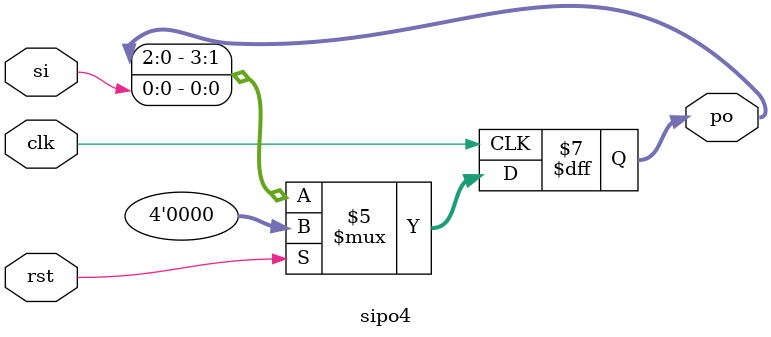
<source format=v>
module sipo4(clk, rst, si, po);
input clk, rst;
input si;
output reg [3:0] po = 0;

always @(posedge clk)
    begin
        if (rst == 1)
            po = 4'b0000;  
        else
            po = {po[2:0], si}; 
    end
endmodule
</source>
